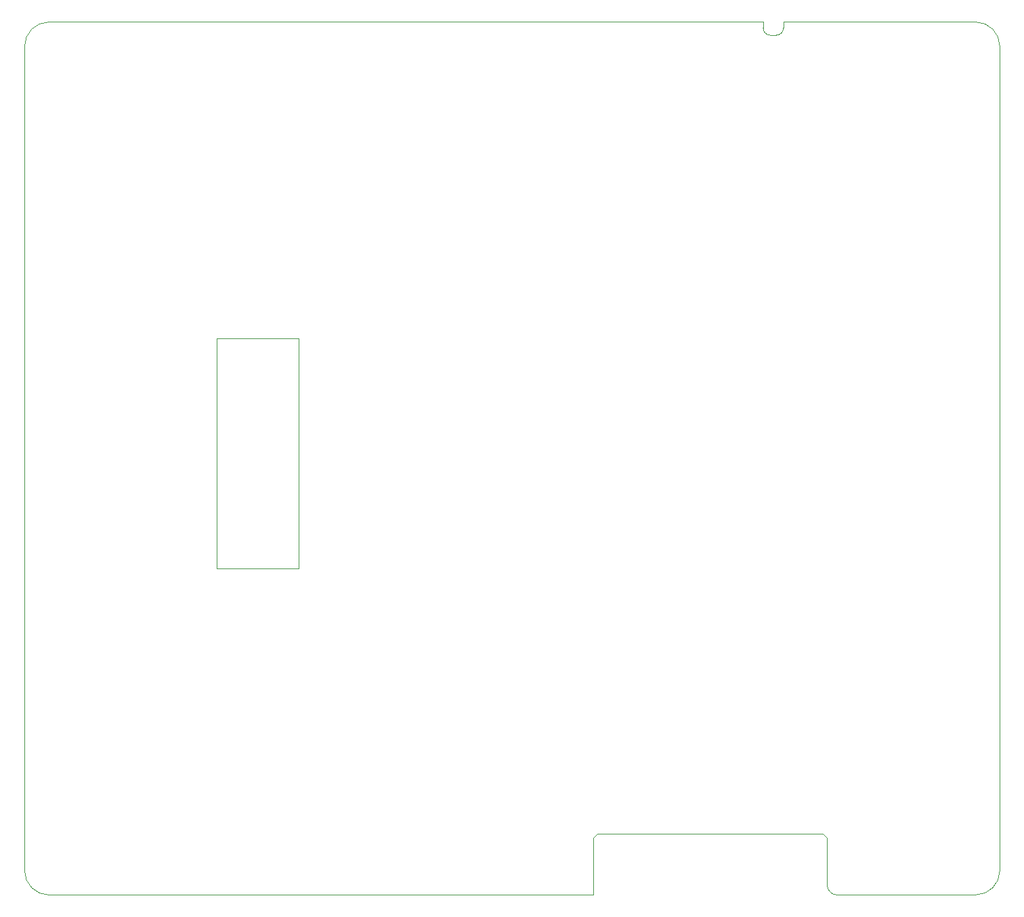
<source format=gbr>
%TF.GenerationSoftware,KiCad,Pcbnew,7.0.6*%
%TF.CreationDate,2024-06-29T14:20:43+02:00*%
%TF.ProjectId,plinkyblack_hwmidi_jacks,706c696e-6b79-4626-9c61-636b5f68776d,rev?*%
%TF.SameCoordinates,Original*%
%TF.FileFunction,Profile,NP*%
%FSLAX46Y46*%
G04 Gerber Fmt 4.6, Leading zero omitted, Abs format (unit mm)*
G04 Created by KiCad (PCBNEW 7.0.6) date 2024-06-29 14:20:43*
%MOMM*%
%LPD*%
G01*
G04 APERTURE LIST*
%TA.AperFunction,Profile*%
%ADD10C,0.050000*%
%TD*%
G04 APERTURE END LIST*
D10*
X15240000Y-131572000D02*
X15240000Y-28448000D01*
X116840000Y-134620000D02*
X134112000Y-134620000D01*
X55118000Y-134620000D02*
X61722000Y-134620000D01*
X46228000Y-134620000D02*
X40640000Y-134620000D01*
X109220000Y-27051000D02*
G75*
G03*
X110109000Y-26162000I0J889000D01*
G01*
X134112000Y-25400000D02*
X110109000Y-25400000D01*
X76200000Y-134620000D02*
X82804000Y-134620000D01*
X61722000Y-134620000D02*
X76200000Y-134620000D01*
X82804000Y-134620000D02*
X86360000Y-134620000D01*
X55118000Y-134620000D02*
X46228000Y-134620000D01*
X76200000Y-25400000D02*
X69596000Y-25400000D01*
X97282000Y-25400000D02*
X90681608Y-25404506D01*
X107569000Y-25400000D02*
X97282000Y-25400000D01*
X90678000Y-25400000D02*
X76200000Y-25400000D01*
X69596000Y-25400000D02*
X18288000Y-25400000D01*
X134112000Y-134620000D02*
G75*
G03*
X137160000Y-131572000I0J3048000D01*
G01*
X137160000Y-28448000D02*
G75*
G03*
X134112000Y-25400000I-3048000J0D01*
G01*
X18288000Y-25400000D02*
G75*
G03*
X15240000Y-28448000I0J-3048000D01*
G01*
X115570000Y-127508000D02*
X115062000Y-127000000D01*
X86360000Y-127508000D02*
X86868000Y-127000000D01*
X18288000Y-134620000D02*
X40640000Y-134620000D01*
X115570000Y-133350000D02*
X115570000Y-127508000D01*
X15240000Y-131572000D02*
G75*
G03*
X18288000Y-134620000I3048000J0D01*
G01*
X39250000Y-65000000D02*
X49500000Y-65000000D01*
X49500000Y-93750000D01*
X39250000Y-93750000D01*
X39250000Y-65000000D01*
X115570000Y-133350000D02*
G75*
G03*
X116840000Y-134620000I1270000J0D01*
G01*
X137160000Y-28448000D02*
X137160000Y-131572000D01*
X107569000Y-26162000D02*
G75*
G03*
X108458000Y-27051000I889000J0D01*
G01*
X107569000Y-25400000D02*
X107569000Y-26162000D01*
X115062000Y-127000000D02*
X86868000Y-127000000D01*
X108458000Y-27051000D02*
X109220000Y-27051000D01*
X86360000Y-134620000D02*
X86360000Y-127508000D01*
X110109000Y-25400000D02*
X110109000Y-26162000D01*
M02*

</source>
